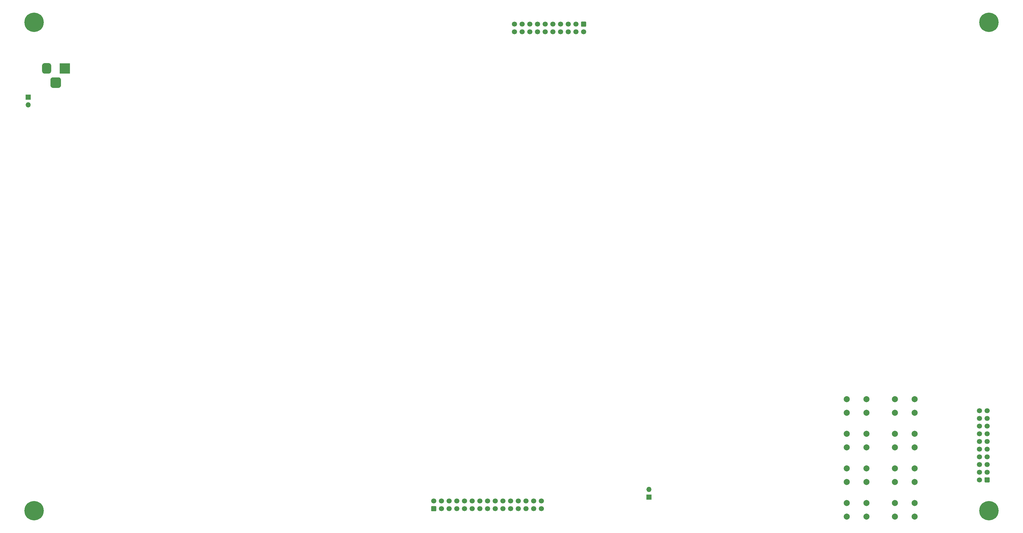
<source format=gbr>
G04 #@! TF.GenerationSoftware,KiCad,Pcbnew,(5.1.9)-1*
G04 #@! TF.CreationDate,2021-05-31T10:42:36+02:00*
G04 #@! TF.ProjectId,psMCU,70734d43-552e-46b6-9963-61645f706362,rev?*
G04 #@! TF.SameCoordinates,Original*
G04 #@! TF.FileFunction,Soldermask,Bot*
G04 #@! TF.FilePolarity,Negative*
%FSLAX46Y46*%
G04 Gerber Fmt 4.6, Leading zero omitted, Abs format (unit mm)*
G04 Created by KiCad (PCBNEW (5.1.9)-1) date 2021-05-31 10:42:36*
%MOMM*%
%LPD*%
G01*
G04 APERTURE LIST*
%ADD10O,1.700000X1.700000*%
%ADD11R,1.700000X1.700000*%
%ADD12C,1.700000*%
%ADD13C,2.000000*%
%ADD14R,3.500000X3.500000*%
%ADD15C,0.800000*%
%ADD16C,6.400000*%
G04 APERTURE END LIST*
D10*
X45720000Y-85725000D03*
D11*
X45720000Y-83185000D03*
D12*
X206375000Y-61595000D03*
X208915000Y-61595000D03*
X211455000Y-61595000D03*
X213995000Y-61595000D03*
X216535000Y-61595000D03*
X219075000Y-61595000D03*
X221615000Y-61595000D03*
X224155000Y-61595000D03*
X226695000Y-61595000D03*
X229235000Y-61595000D03*
X206375000Y-59055000D03*
X208915000Y-59055000D03*
X211455000Y-59055000D03*
X213995000Y-59055000D03*
X216535000Y-59055000D03*
X219075000Y-59055000D03*
X221615000Y-59055000D03*
X224155000Y-59055000D03*
X226695000Y-59055000D03*
G36*
G01*
X228635000Y-58205000D02*
X229835000Y-58205000D01*
G75*
G02*
X230085000Y-58455000I0J-250000D01*
G01*
X230085000Y-59655000D01*
G75*
G02*
X229835000Y-59905000I-250000J0D01*
G01*
X228635000Y-59905000D01*
G75*
G02*
X228385000Y-59655000I0J250000D01*
G01*
X228385000Y-58455000D01*
G75*
G02*
X228635000Y-58205000I250000J0D01*
G01*
G37*
D13*
X338605000Y-205740000D03*
X338605000Y-210240000D03*
X332105000Y-205740000D03*
X332105000Y-210240000D03*
X322730000Y-205740000D03*
X322730000Y-210240000D03*
X316230000Y-205740000D03*
X316230000Y-210240000D03*
X338605000Y-217170000D03*
X338605000Y-221670000D03*
X332105000Y-217170000D03*
X332105000Y-221670000D03*
X322730000Y-217170000D03*
X322730000Y-221670000D03*
X316230000Y-217170000D03*
X316230000Y-221670000D03*
X338605000Y-194310000D03*
X338605000Y-198810000D03*
X332105000Y-194310000D03*
X332105000Y-198810000D03*
X322730000Y-194310000D03*
X322730000Y-198810000D03*
X316230000Y-194310000D03*
X316230000Y-198810000D03*
X338605000Y-182880000D03*
X338605000Y-187380000D03*
X332105000Y-182880000D03*
X332105000Y-187380000D03*
X322730000Y-182880000D03*
X322730000Y-187380000D03*
X316230000Y-182880000D03*
X316230000Y-187380000D03*
D12*
X215265000Y-216535000D03*
X212725000Y-216535000D03*
X210185000Y-216535000D03*
X207645000Y-216535000D03*
X205105000Y-216535000D03*
X202565000Y-216535000D03*
X200025000Y-216535000D03*
X197485000Y-216535000D03*
X194945000Y-216535000D03*
X192405000Y-216535000D03*
X189865000Y-216535000D03*
X187325000Y-216535000D03*
X184785000Y-216535000D03*
X182245000Y-216535000D03*
X179705000Y-216535000D03*
X215265000Y-219075000D03*
X212725000Y-219075000D03*
X210185000Y-219075000D03*
X207645000Y-219075000D03*
X205105000Y-219075000D03*
X202565000Y-219075000D03*
X200025000Y-219075000D03*
X197485000Y-219075000D03*
X194945000Y-219075000D03*
X192405000Y-219075000D03*
X189865000Y-219075000D03*
X187325000Y-219075000D03*
X184785000Y-219075000D03*
X182245000Y-219075000D03*
G36*
G01*
X180305000Y-219925000D02*
X179105000Y-219925000D01*
G75*
G02*
X178855000Y-219675000I0J250000D01*
G01*
X178855000Y-218475000D01*
G75*
G02*
X179105000Y-218225000I250000J0D01*
G01*
X180305000Y-218225000D01*
G75*
G02*
X180555000Y-218475000I0J-250000D01*
G01*
X180555000Y-219675000D01*
G75*
G02*
X180305000Y-219925000I-250000J0D01*
G01*
G37*
D10*
X250825000Y-212725000D03*
D11*
X250825000Y-215265000D03*
D12*
X360045000Y-186690000D03*
X360045000Y-189230000D03*
X360045000Y-191770000D03*
X360045000Y-194310000D03*
X360045000Y-196850000D03*
X360045000Y-199390000D03*
X360045000Y-201930000D03*
X360045000Y-204470000D03*
X360045000Y-207010000D03*
X360045000Y-209550000D03*
X362585000Y-186690000D03*
X362585000Y-189230000D03*
X362585000Y-191770000D03*
X362585000Y-194310000D03*
X362585000Y-196850000D03*
X362585000Y-199390000D03*
X362585000Y-201930000D03*
X362585000Y-204470000D03*
X362585000Y-207010000D03*
G36*
G01*
X363435000Y-208950000D02*
X363435000Y-210150000D01*
G75*
G02*
X363185000Y-210400000I-250000J0D01*
G01*
X361985000Y-210400000D01*
G75*
G02*
X361735000Y-210150000I0J250000D01*
G01*
X361735000Y-208950000D01*
G75*
G02*
X361985000Y-208700000I250000J0D01*
G01*
X363185000Y-208700000D01*
G75*
G02*
X363435000Y-208950000I0J-250000D01*
G01*
G37*
G36*
G01*
X53035000Y-79235000D02*
X53035000Y-77485000D01*
G75*
G02*
X53910000Y-76610000I875000J0D01*
G01*
X55660000Y-76610000D01*
G75*
G02*
X56535000Y-77485000I0J-875000D01*
G01*
X56535000Y-79235000D01*
G75*
G02*
X55660000Y-80110000I-875000J0D01*
G01*
X53910000Y-80110000D01*
G75*
G02*
X53035000Y-79235000I0J875000D01*
G01*
G37*
G36*
G01*
X50285000Y-74660000D02*
X50285000Y-72660000D01*
G75*
G02*
X51035000Y-71910000I750000J0D01*
G01*
X52535000Y-71910000D01*
G75*
G02*
X53285000Y-72660000I0J-750000D01*
G01*
X53285000Y-74660000D01*
G75*
G02*
X52535000Y-75410000I-750000J0D01*
G01*
X51035000Y-75410000D01*
G75*
G02*
X50285000Y-74660000I0J750000D01*
G01*
G37*
D14*
X57785000Y-73660000D03*
D15*
X49322056Y-56722944D03*
X47625000Y-56020000D03*
X45927944Y-56722944D03*
X45225000Y-58420000D03*
X45927944Y-60117056D03*
X47625000Y-60820000D03*
X49322056Y-60117056D03*
X50025000Y-58420000D03*
D16*
X47625000Y-58420000D03*
D15*
X49322056Y-218012944D03*
X47625000Y-217310000D03*
X45927944Y-218012944D03*
X45225000Y-219710000D03*
X45927944Y-221407056D03*
X47625000Y-222110000D03*
X49322056Y-221407056D03*
X50025000Y-219710000D03*
D16*
X47625000Y-219710000D03*
D15*
X364917056Y-56722944D03*
X363220000Y-56020000D03*
X361522944Y-56722944D03*
X360820000Y-58420000D03*
X361522944Y-60117056D03*
X363220000Y-60820000D03*
X364917056Y-60117056D03*
X365620000Y-58420000D03*
D16*
X363220000Y-58420000D03*
D15*
X364917056Y-218012944D03*
X363220000Y-217310000D03*
X361522944Y-218012944D03*
X360820000Y-219710000D03*
X361522944Y-221407056D03*
X363220000Y-222110000D03*
X364917056Y-221407056D03*
X365620000Y-219710000D03*
D16*
X363220000Y-219710000D03*
M02*

</source>
